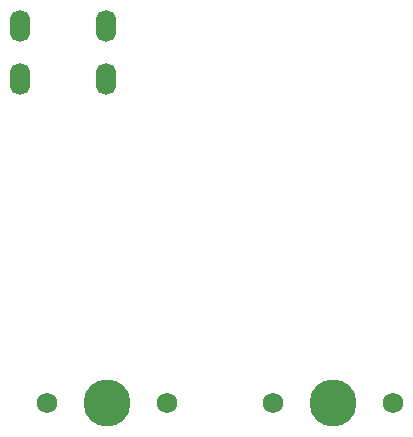
<source format=gts>
%TF.GenerationSoftware,KiCad,Pcbnew,(5.1.8)-1*%
%TF.CreationDate,2020-12-12T02:16:41-05:00*%
%TF.ProjectId,experimental-pcb,65787065-7269-46d6-956e-74616c2d7063,rev?*%
%TF.SameCoordinates,Original*%
%TF.FileFunction,Soldermask,Top*%
%TF.FilePolarity,Negative*%
%FSLAX46Y46*%
G04 Gerber Fmt 4.6, Leading zero omitted, Abs format (unit mm)*
G04 Created by KiCad (PCBNEW (5.1.8)-1) date 2020-12-12 02:16:41*
%MOMM*%
%LPD*%
G01*
G04 APERTURE LIST*
%ADD10O,1.700000X2.700000*%
%ADD11C,1.750000*%
%ADD12C,3.987800*%
G04 APERTURE END LIST*
D10*
%TO.C,USB1*%
X116492000Y-15748000D03*
X123792000Y-15748000D03*
X123792000Y-20248000D03*
X116492000Y-20248000D03*
%TD*%
D11*
%TO.C,MX2*%
X148082000Y-47656000D03*
X137922000Y-47656000D03*
D12*
X143002000Y-47656000D03*
%TD*%
D11*
%TO.C,MX1*%
X128965000Y-47656000D03*
X118805000Y-47656000D03*
D12*
X123885000Y-47656000D03*
%TD*%
M02*

</source>
